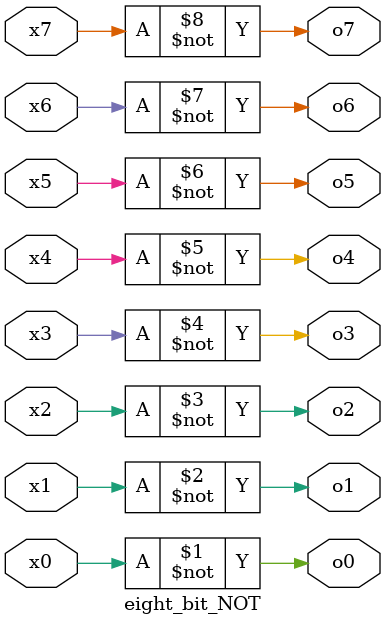
<source format=v>
module eight_bit_NOT(o7, o6, o5, o4, o3, o2, o1, o0, x0, x1, x2, x3, x4, x5, x6, x7);

input x0, x1, x2, x3, x4, x5, x6, x7;
output o0, o1, o2, o3, o4, o5, o6, o7;

not n0(o0, x0);
not n1(o1, x1);
not n2(o2, x2);
not n3(o3, x3);
not n4(o4, x4);
not n5(o5, x5);
not n6(o6, x6);
not n7(o7, x7);

endmodule
</source>
